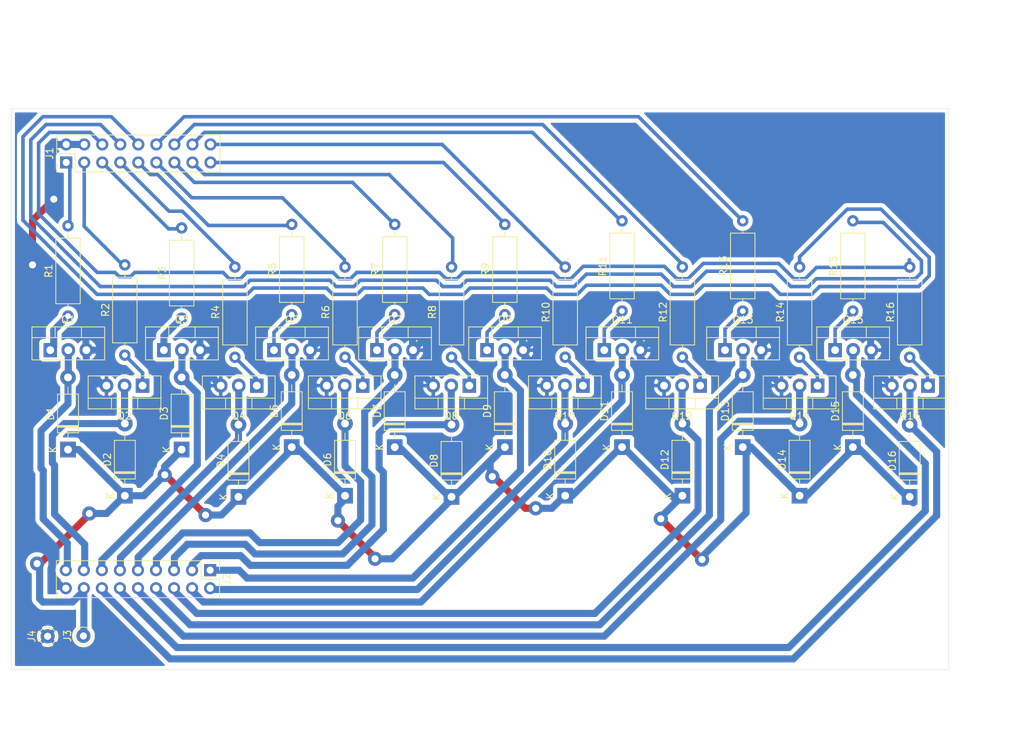
<source format=kicad_pcb>
(kicad_pcb (version 20171130) (host pcbnew 5.1.7-a382d34a8~88~ubuntu18.04.1)
  (layers (0 F.Cu signal) (31 B.Cu signal) (34 B.Paste user hide) (35 F.Paste user hide) (36 B.SilkS user hide) (37 F.SilkS user hide) (38 B.Mask user hide) (39 F.Mask user hide) (44 Edge.Cuts user))
  (net 0 "")
  (net 1 +12V)
  (net 2 "Net-(Q1-Pad1)")
  (net 3 Earth)
  (net 4 "Net-(Q2-Pad1)")
  (net 5 "Net-(Q3-Pad1)")
  (net 6 "Net-(Q4-Pad1)")
  (net 7 "Net-(Q5-Pad1)")
  (net 8 "Net-(Q6-Pad1)")
  (net 9 "Net-(Q7-Pad1)")
  (net 10 "Net-(Q8-Pad1)")
  (net 11 "Net-(Q9-Pad1)")
  (net 12 "Net-(Q10-Pad1)")
  (net 13 "Net-(Q11-Pad1)")
  (net 14 "Net-(Q12-Pad1)")
  (net 15 "Net-(Q13-Pad1)")
  (net 16 "Net-(Q14-Pad1)")
  (net 17 "Net-(Q15-Pad1)")
  (net 18 "Net-(Q16-Pad1)")
  (net 19 S1)
  (net 20 S2)
  (net 21 S3)
  (net 22 S4)
  (net 23 S5)
  (net 24 S6)
  (net 25 S7)
  (net 26 S8)
  (net 27 S9)
  (net 28 S10)
  (net 29 S11)
  (net 30 S12)
  (net 31 S13)
  (net 32 S14)
  (net 33 S15)
  (net 34 S16)
  (net 35 D1)
  (net 36 D2)
  (net 37 D3)
  (net 38 D4)
  (net 39 D5)
  (net 40 D6)
  (net 41 D7)
  (net 42 D8)
  (net 43 D9)
  (net 44 D10)
  (net 45 D11)
  (net 46 D12)
  (net 47 D13)
  (net 48 D14)
  (net 49 D15)
  (net 50 D16)
  (module Resistor_THT:R_Axial_DIN0309_L9.0mm_D3.2mm_P12.70mm_Horizontal (layer F.Cu) (at 132 75 90)
    (fp_text reference R8 (at 6.35 -2.72 90) (layer F.SilkS))
    (fp_text value 2.2K)
    (pad 2 thru_hole oval (at 12.7 0 90) (size 1.6 1.6) (drill 0.8) (layers *.Cu *.Mask) (net 42 D8))
    (pad 1 thru_hole circle (at 0 0 90) (size 1.6 1.6) (drill 0.8) (layers *.Cu *.Mask) (net 10 "Net-(Q8-Pad1)"))
  )
  (module Diode_THT:D_DO-41_SOD81_P10.16mm_Horizontal (layer F.Cu) (at 94 88 90)
    (fp_text reference D3 (at 5.08 -2.47 90) (layer F.SilkS))
    (fp_text value 1N4007)
    (fp_text user K (at 0 -2.1 90) (layer F.SilkS))
    (pad 1 thru_hole rect (at 0 0 90) (size 2.2 2.2) (drill 1.1) (layers *.Cu *.Mask) (net 1 +12V))
    (pad 2 thru_hole oval (at 10.16 0 90) (size 2.2 2.2) (drill 1.1) (layers *.Cu *.Mask) (net 21 S3))
  )
  (module Diode_THT:D_DO-41_SOD81_P10.16mm_Horizontal (layer F.Cu) (at 78 88 90)
    (fp_text reference D1 (at 5.08 -2.47 90) (layer F.SilkS))
    (fp_text value 1N4007)
    (fp_text user K (at 0 -2.1 90) (layer F.SilkS))
    (pad 2 thru_hole oval (at 10.16 0 90) (size 2.2 2.2) (drill 1.1) (layers *.Cu *.Mask) (net 19 S1))
    (pad 1 thru_hole rect (at 0 0 90) (size 2.2 2.2) (drill 1.1) (layers *.Cu *.Mask) (net 1 +12V))
  )
  (module Package_TO_SOT_THT:TO-220-3_Vertical (layer F.Cu) (at 75.5 74)
    (fp_text reference Q1 (at 2.54 -4.27) (layer F.SilkS))
    (fp_text value TIP120)
    (pad 1 thru_hole rect (at 0 0) (size 1.905 2) (drill 1.1) (layers *.Cu *.Mask) (net 2 "Net-(Q1-Pad1)"))
    (pad 2 thru_hole oval (at 2.54 0) (size 1.905 2) (drill 1.1) (layers *.Cu *.Mask) (net 19 S1))
    (pad 3 thru_hole oval (at 5.08 0) (size 1.905 2) (drill 1.1) (layers *.Cu *.Mask) (net 3 Earth))
  )
  (module Diode_THT:D_DO-41_SOD81_P10.16mm_Horizontal (layer F.Cu) (at 86 94.5 90)
    (fp_text reference D2 (at 5.08 -2.47 90) (layer F.SilkS))
    (fp_text value 1N4007)
    (fp_text user K (at 0 -2.1 90) (layer F.SilkS))
    (pad 2 thru_hole oval (at 10.16 0 90) (size 2.2 2.2) (drill 1.1) (layers *.Cu *.Mask) (net 20 S2))
    (pad 1 thru_hole rect (at 0 0 90) (size 2.2 2.2) (drill 1.1) (layers *.Cu *.Mask) (net 1 +12V))
  )
  (module Package_TO_SOT_THT:TO-220-3_Vertical (layer F.Cu) (at 137 74)
    (fp_text reference Q9 (at 2.54 -4.27) (layer F.SilkS))
    (fp_text value TIP120)
    (pad 3 thru_hole oval (at 5.08 0) (size 1.905 2) (drill 1.1) (layers *.Cu *.Mask) (net 3 Earth))
    (pad 2 thru_hole oval (at 2.54 0) (size 1.905 2) (drill 1.1) (layers *.Cu *.Mask) (net 27 S9))
    (pad 1 thru_hole rect (at 0 0) (size 1.905 2) (drill 1.1) (layers *.Cu *.Mask) (net 11 "Net-(Q9-Pad1)"))
  )
  (module Resistor_THT:R_Axial_DIN0309_L9.0mm_D3.2mm_P12.70mm_Horizontal (layer F.Cu) (at 86 74.7 90)
    (fp_text reference R2 (at 6.35 -2.72 90) (layer F.SilkS))
    (fp_text value 2.2K)
    (pad 2 thru_hole oval (at 12.7 0 90) (size 1.6 1.6) (drill 0.8) (layers *.Cu *.Mask) (net 36 D2))
    (pad 1 thru_hole circle (at 0 0 90) (size 1.6 1.6) (drill 0.8) (layers *.Cu *.Mask) (net 4 "Net-(Q2-Pad1)"))
  )
  (module Diode_THT:D_DO-41_SOD81_P10.16mm_Horizontal (layer F.Cu) (at 102 94.66 90)
    (fp_text reference D4 (at 5.08 -2.47 90) (layer F.SilkS))
    (fp_text value 1N4007)
    (fp_text user K (at 0 -2.1 90) (layer F.SilkS))
    (pad 2 thru_hole oval (at 10.16 0 90) (size 2.2 2.2) (drill 1.1) (layers *.Cu *.Mask) (net 22 S4))
    (pad 1 thru_hole rect (at 0 0 90) (size 2.2 2.2) (drill 1.1) (layers *.Cu *.Mask) (net 1 +12V))
  )
  (module Diode_THT:D_DO-41_SOD81_P10.16mm_Horizontal (layer F.Cu) (at 109.5 87.66 90)
    (fp_text reference D5 (at 5.08 -2.47 90) (layer F.SilkS))
    (fp_text value 1N4007)
    (fp_text user K (at 0 -2.1 90) (layer F.SilkS))
    (pad 1 thru_hole rect (at 0 0 90) (size 2.2 2.2) (drill 1.1) (layers *.Cu *.Mask) (net 1 +12V))
    (pad 2 thru_hole oval (at 10.16 0 90) (size 2.2 2.2) (drill 1.1) (layers *.Cu *.Mask) (net 23 S5))
  )
  (module Diode_THT:D_DO-41_SOD81_P10.16mm_Horizontal (layer F.Cu) (at 117 94.5 90)
    (fp_text reference D6 (at 5.08 -2.47 90) (layer F.SilkS))
    (fp_text value 1N4007)
    (fp_text user K (at 0 -2.1 90) (layer F.SilkS))
    (pad 1 thru_hole rect (at 0 0 90) (size 2.2 2.2) (drill 1.1) (layers *.Cu *.Mask) (net 1 +12V))
    (pad 2 thru_hole oval (at 10.16 0 90) (size 2.2 2.2) (drill 1.1) (layers *.Cu *.Mask) (net 24 S6))
  )
  (module Diode_THT:D_DO-41_SOD81_P10.16mm_Horizontal (layer F.Cu) (at 124 87.66 90)
    (fp_text reference D7 (at 5.08 -2.47 90) (layer F.SilkS))
    (fp_text value 1N4007)
    (fp_text user K (at 0 -2.1 90) (layer F.SilkS))
    (pad 2 thru_hole oval (at 10.16 0 90) (size 2.2 2.2) (drill 1.1) (layers *.Cu *.Mask) (net 25 S7))
    (pad 1 thru_hole rect (at 0 0 90) (size 2.2 2.2) (drill 1.1) (layers *.Cu *.Mask) (net 1 +12V))
  )
  (module Diode_THT:D_DO-41_SOD81_P10.16mm_Horizontal (layer F.Cu) (at 132 94.66 90)
    (fp_text reference D8 (at 5.08 -2.47 90) (layer F.SilkS))
    (fp_text value 1N4007)
    (fp_text user K (at 0 -2.1 90) (layer F.SilkS))
    (pad 2 thru_hole oval (at 10.16 0 90) (size 2.2 2.2) (drill 1.1) (layers *.Cu *.Mask) (net 26 S8))
    (pad 1 thru_hole rect (at 0 0 90) (size 2.2 2.2) (drill 1.1) (layers *.Cu *.Mask) (net 1 +12V))
  )
  (module Diode_THT:D_DO-41_SOD81_P10.16mm_Horizontal (layer F.Cu) (at 139.5 87.66 90)
    (fp_text reference D9 (at 5.08 -2.47 90) (layer F.SilkS))
    (fp_text value 1N4007)
    (fp_text user K (at 0 -2.1 90) (layer F.SilkS))
    (pad 1 thru_hole rect (at 0 0 90) (size 2.2 2.2) (drill 1.1) (layers *.Cu *.Mask) (net 1 +12V))
    (pad 2 thru_hole oval (at 10.16 0 90) (size 2.2 2.2) (drill 1.1) (layers *.Cu *.Mask) (net 27 S9))
  )
  (module Diode_THT:D_DO-41_SOD81_P10.16mm_Horizontal (layer F.Cu) (at 148 94.5 90)
    (fp_text reference D10 (at 5.08 -2.47 90) (layer F.SilkS))
    (fp_text value 1N4007)
    (fp_text user K (at 0 -2.1 90) (layer F.SilkS))
    (pad 1 thru_hole rect (at 0 0 90) (size 2.2 2.2) (drill 1.1) (layers *.Cu *.Mask) (net 1 +12V))
    (pad 2 thru_hole oval (at 10.16 0 90) (size 2.2 2.2) (drill 1.1) (layers *.Cu *.Mask) (net 28 S10))
  )
  (module Diode_THT:D_DO-41_SOD81_P10.16mm_Horizontal (layer F.Cu) (at 156 87.66 90)
    (fp_text reference D11 (at 5.08 -2.47 90) (layer F.SilkS))
    (fp_text value 1N4007)
    (fp_text user K (at 0 -2.1 90) (layer F.SilkS))
    (pad 2 thru_hole oval (at 10.16 0 90) (size 2.2 2.2) (drill 1.1) (layers *.Cu *.Mask) (net 29 S11))
    (pad 1 thru_hole rect (at 0 0 90) (size 2.2 2.2) (drill 1.1) (layers *.Cu *.Mask) (net 1 +12V))
  )
  (module Diode_THT:D_DO-41_SOD81_P10.16mm_Horizontal (layer F.Cu) (at 164.5 94.5 90)
    (fp_text reference D12 (at 5.08 -2.47 90) (layer F.SilkS))
    (fp_text value 1N4007)
    (fp_text user K (at 0 -2.1 90) (layer F.SilkS))
    (pad 2 thru_hole oval (at 10.16 0 90) (size 2.2 2.2) (drill 1.1) (layers *.Cu *.Mask) (net 30 S12))
    (pad 1 thru_hole rect (at 0 0 90) (size 2.2 2.2) (drill 1.1) (layers *.Cu *.Mask) (net 1 +12V))
  )
  (module Diode_THT:D_DO-41_SOD81_P10.16mm_Horizontal (layer F.Cu) (at 173 87.66 90)
    (fp_text reference D13 (at 5.08 -2.47 90) (layer F.SilkS))
    (fp_text value 1N4007)
    (fp_text user K (at 0 -2.1 90) (layer F.SilkS))
    (pad 1 thru_hole rect (at 0 0 90) (size 2.2 2.2) (drill 1.1) (layers *.Cu *.Mask) (net 1 +12V))
    (pad 2 thru_hole oval (at 10.16 0 90) (size 2.2 2.2) (drill 1.1) (layers *.Cu *.Mask) (net 31 S13))
  )
  (module Diode_THT:D_DO-41_SOD81_P10.16mm_Horizontal (layer F.Cu) (at 181 94.5 90)
    (fp_text reference D14 (at 5.08 -2.47 90) (layer F.SilkS))
    (fp_text value 1N4007)
    (fp_text user K (at 0 -2.1 90) (layer F.SilkS))
    (pad 2 thru_hole oval (at 10.16 0 90) (size 2.2 2.2) (drill 1.1) (layers *.Cu *.Mask) (net 32 S14))
    (pad 1 thru_hole rect (at 0 0 90) (size 2.2 2.2) (drill 1.1) (layers *.Cu *.Mask) (net 1 +12V))
  )
  (module Diode_THT:D_DO-41_SOD81_P10.16mm_Horizontal (layer F.Cu) (at 188.5 87.66 90)
    (fp_text reference D15 (at 5.08 -2.47 90) (layer F.SilkS))
    (fp_text value 1N4007)
    (fp_text user K (at 0 -2.1 90) (layer F.SilkS))
    (pad 1 thru_hole rect (at 0 0 90) (size 2.2 2.2) (drill 1.1) (layers *.Cu *.Mask) (net 1 +12V))
    (pad 2 thru_hole oval (at 10.16 0 90) (size 2.2 2.2) (drill 1.1) (layers *.Cu *.Mask) (net 33 S15))
  )
  (module Diode_THT:D_DO-41_SOD81_P10.16mm_Horizontal (layer F.Cu) (at 196.5 94.66 90)
    (fp_text reference D16 (at 5.08 -2.47 90) (layer F.SilkS))
    (fp_text value 1N4007)
    (fp_text user K (at 0 -2.1 90) (layer F.SilkS))
    (pad 1 thru_hole rect (at 0 0 90) (size 2.2 2.2) (drill 1.1) (layers *.Cu *.Mask) (net 1 +12V))
    (pad 2 thru_hole oval (at 10.16 0 90) (size 2.2 2.2) (drill 1.1) (layers *.Cu *.Mask) (net 34 S16))
  )
  (module Package_TO_SOT_THT:TO-220-3_Vertical (layer F.Cu) (at 88.5 79 180)
    (fp_text reference Q2 (at 2.54 -4.27) (layer F.SilkS))
    (fp_text value TIP120)
    (pad 1 thru_hole rect (at 0 0 180) (size 1.905 2) (drill 1.1) (layers *.Cu *.Mask) (net 4 "Net-(Q2-Pad1)"))
    (pad 2 thru_hole oval (at 2.54 0 180) (size 1.905 2) (drill 1.1) (layers *.Cu *.Mask) (net 20 S2))
    (pad 3 thru_hole oval (at 5.08 0 180) (size 1.905 2) (drill 1.1) (layers *.Cu *.Mask) (net 3 Earth))
  )
  (module Package_TO_SOT_THT:TO-220-3_Vertical (layer F.Cu) (at 104.58 79 180)
    (fp_text reference Q4 (at 2.54 -4.27) (layer F.SilkS))
    (fp_text value TIP120)
    (pad 3 thru_hole oval (at 5.08 0 180) (size 1.905 2) (drill 1.1) (layers *.Cu *.Mask) (net 3 Earth))
    (pad 2 thru_hole oval (at 2.54 0 180) (size 1.905 2) (drill 1.1) (layers *.Cu *.Mask) (net 22 S4))
    (pad 1 thru_hole rect (at 0 0 180) (size 1.905 2) (drill 1.1) (layers *.Cu *.Mask) (net 6 "Net-(Q4-Pad1)"))
  )
  (module Package_TO_SOT_THT:TO-220-3_Vertical (layer F.Cu) (at 107 74)
    (fp_text reference Q5 (at 2.54 -4.27) (layer F.SilkS))
    (fp_text value TIP120)
    (pad 3 thru_hole oval (at 5.08 0) (size 1.905 2) (drill 1.1) (layers *.Cu *.Mask) (net 3 Earth))
    (pad 2 thru_hole oval (at 2.54 0) (size 1.905 2) (drill 1.1) (layers *.Cu *.Mask) (net 23 S5))
    (pad 1 thru_hole rect (at 0 0) (size 1.905 2) (drill 1.1) (layers *.Cu *.Mask) (net 7 "Net-(Q5-Pad1)"))
  )
  (module Package_TO_SOT_THT:TO-220-3_Vertical (layer F.Cu) (at 119.5 79 180)
    (fp_text reference Q6 (at 2.54 -4.27) (layer F.SilkS))
    (fp_text value TIP120)
    (pad 1 thru_hole rect (at 0 0 180) (size 1.905 2) (drill 1.1) (layers *.Cu *.Mask) (net 8 "Net-(Q6-Pad1)"))
    (pad 2 thru_hole oval (at 2.54 0 180) (size 1.905 2) (drill 1.1) (layers *.Cu *.Mask) (net 24 S6))
    (pad 3 thru_hole oval (at 5.08 0 180) (size 1.905 2) (drill 1.1) (layers *.Cu *.Mask) (net 3 Earth))
  )
  (module Package_TO_SOT_THT:TO-220-3_Vertical (layer F.Cu) (at 121.5 74)
    (fp_text reference Q7 (at 2.54 -4.27) (layer F.SilkS))
    (fp_text value TIP120)
    (pad 1 thru_hole rect (at 0 0) (size 1.905 2) (drill 1.1) (layers *.Cu *.Mask) (net 9 "Net-(Q7-Pad1)"))
    (pad 2 thru_hole oval (at 2.54 0) (size 1.905 2) (drill 1.1) (layers *.Cu *.Mask) (net 25 S7))
    (pad 3 thru_hole oval (at 5.08 0) (size 1.905 2) (drill 1.1) (layers *.Cu *.Mask) (net 3 Earth))
  )
  (module Package_TO_SOT_THT:TO-220-3_Vertical (layer F.Cu) (at 134.5 79 180)
    (fp_text reference Q8 (at 2.54 -4.27) (layer F.SilkS))
    (fp_text value TIP120)
    (pad 1 thru_hole rect (at 0 0 180) (size 1.905 2) (drill 1.1) (layers *.Cu *.Mask) (net 10 "Net-(Q8-Pad1)"))
    (pad 2 thru_hole oval (at 2.54 0 180) (size 1.905 2) (drill 1.1) (layers *.Cu *.Mask) (net 26 S8))
    (pad 3 thru_hole oval (at 5.08 0 180) (size 1.905 2) (drill 1.1) (layers *.Cu *.Mask) (net 3 Earth))
  )
  (module Package_TO_SOT_THT:TO-220-3_Vertical (layer F.Cu) (at 150.5 79 180)
    (fp_text reference Q10 (at 2.54 -4.27) (layer F.SilkS))
    (fp_text value TIP120)
    (pad 3 thru_hole oval (at 5.08 0 180) (size 1.905 2) (drill 1.1) (layers *.Cu *.Mask) (net 3 Earth))
    (pad 2 thru_hole oval (at 2.54 0 180) (size 1.905 2) (drill 1.1) (layers *.Cu *.Mask) (net 28 S10))
    (pad 1 thru_hole rect (at 0 0 180) (size 1.905 2) (drill 1.1) (layers *.Cu *.Mask) (net 12 "Net-(Q10-Pad1)"))
  )
  (module Package_TO_SOT_THT:TO-220-3_Vertical (layer F.Cu) (at 153.5 74)
    (fp_text reference Q11 (at 2.54 -4.27) (layer F.SilkS))
    (fp_text value TIP120)
    (pad 1 thru_hole rect (at 0 0) (size 1.905 2) (drill 1.1) (layers *.Cu *.Mask) (net 13 "Net-(Q11-Pad1)"))
    (pad 2 thru_hole oval (at 2.54 0) (size 1.905 2) (drill 1.1) (layers *.Cu *.Mask) (net 29 S11))
    (pad 3 thru_hole oval (at 5.08 0) (size 1.905 2) (drill 1.1) (layers *.Cu *.Mask) (net 3 Earth))
  )
  (module Package_TO_SOT_THT:TO-220-3_Vertical (layer F.Cu) (at 167 79 180)
    (fp_text reference Q12 (at 2.54 -4.27) (layer F.SilkS))
    (fp_text value TIP120)
    (pad 1 thru_hole rect (at 0 0 180) (size 1.905 2) (drill 1.1) (layers *.Cu *.Mask) (net 14 "Net-(Q12-Pad1)"))
    (pad 2 thru_hole oval (at 2.54 0 180) (size 1.905 2) (drill 1.1) (layers *.Cu *.Mask) (net 30 S12))
    (pad 3 thru_hole oval (at 5.08 0 180) (size 1.905 2) (drill 1.1) (layers *.Cu *.Mask) (net 3 Earth))
  )
  (module Package_TO_SOT_THT:TO-220-3_Vertical (layer F.Cu) (at 170.5 74)
    (fp_text reference Q13 (at 2.54 -4.27) (layer F.SilkS))
    (fp_text value TIP120)
    (pad 3 thru_hole oval (at 5.08 0) (size 1.905 2) (drill 1.1) (layers *.Cu *.Mask) (net 3 Earth))
    (pad 2 thru_hole oval (at 2.54 0) (size 1.905 2) (drill 1.1) (layers *.Cu *.Mask) (net 31 S13))
    (pad 1 thru_hole rect (at 0 0) (size 1.905 2) (drill 1.1) (layers *.Cu *.Mask) (net 15 "Net-(Q13-Pad1)"))
  )
  (module Package_TO_SOT_THT:TO-220-3_Vertical (layer F.Cu) (at 183.54 79 180)
    (fp_text reference Q14 (at 2.54 -4.27) (layer F.SilkS))
    (fp_text value TIP120)
    (pad 3 thru_hole oval (at 5.08 0 180) (size 1.905 2) (drill 1.1) (layers *.Cu *.Mask) (net 3 Earth))
    (pad 2 thru_hole oval (at 2.54 0 180) (size 1.905 2) (drill 1.1) (layers *.Cu *.Mask) (net 32 S14))
    (pad 1 thru_hole rect (at 0 0 180) (size 1.905 2) (drill 1.1) (layers *.Cu *.Mask) (net 16 "Net-(Q14-Pad1)"))
  )
  (module Package_TO_SOT_THT:TO-220-3_Vertical (layer F.Cu) (at 186 74)
    (fp_text reference Q15 (at 2.54 -4.27) (layer F.SilkS))
    (fp_text value TIP120)
    (pad 3 thru_hole oval (at 5.08 0) (size 1.905 2) (drill 1.1) (layers *.Cu *.Mask) (net 3 Earth))
    (pad 2 thru_hole oval (at 2.54 0) (size 1.905 2) (drill 1.1) (layers *.Cu *.Mask) (net 33 S15))
    (pad 1 thru_hole rect (at 0 0) (size 1.905 2) (drill 1.1) (layers *.Cu *.Mask) (net 17 "Net-(Q15-Pad1)"))
  )
  (module Package_TO_SOT_THT:TO-220-3_Vertical (layer F.Cu) (at 199.08 79 180)
    (fp_text reference Q16 (at 2.54 -4.27) (layer F.SilkS))
    (fp_text value TIP120)
    (pad 1 thru_hole rect (at 0 0 180) (size 1.905 2) (drill 1.1) (layers *.Cu *.Mask) (net 18 "Net-(Q16-Pad1)"))
    (pad 2 thru_hole oval (at 2.54 0 180) (size 1.905 2) (drill 1.1) (layers *.Cu *.Mask) (net 34 S16))
    (pad 3 thru_hole oval (at 5.08 0 180) (size 1.905 2) (drill 1.1) (layers *.Cu *.Mask) (net 3 Earth))
  )
  (module Resistor_THT:R_Axial_DIN0309_L9.0mm_D3.2mm_P12.70mm_Horizontal (layer F.Cu) (at 78 69.2 90)
    (fp_text reference R1 (at 6.35 -2.72 90) (layer F.SilkS))
    (fp_text value 2.2K)
    (pad 1 thru_hole circle (at 0 0 90) (size 1.6 1.6) (drill 0.8) (layers *.Cu *.Mask) (net 2 "Net-(Q1-Pad1)"))
    (pad 2 thru_hole oval (at 12.7 0 90) (size 1.6 1.6) (drill 0.8) (layers *.Cu *.Mask) (net 35 D1))
  )
  (module Resistor_THT:R_Axial_DIN0309_L9.0mm_D3.2mm_P12.70mm_Horizontal (layer F.Cu) (at 101.5 75 90)
    (fp_text reference R4 (at 6.35 -2.72 90) (layer F.SilkS))
    (fp_text value 2.2K)
    (pad 1 thru_hole circle (at 0 0 90) (size 1.6 1.6) (drill 0.8) (layers *.Cu *.Mask) (net 6 "Net-(Q4-Pad1)"))
    (pad 2 thru_hole oval (at 12.7 0 90) (size 1.6 1.6) (drill 0.8) (layers *.Cu *.Mask) (net 38 D4))
  )
  (module Resistor_THT:R_Axial_DIN0309_L9.0mm_D3.2mm_P12.70mm_Horizontal (layer F.Cu) (at 109.5 69 90)
    (fp_text reference R5 (at 6.35 -2.72 90) (layer F.SilkS))
    (fp_text value 2.2K)
    (pad 1 thru_hole circle (at 0 0 90) (size 1.6 1.6) (drill 0.8) (layers *.Cu *.Mask) (net 7 "Net-(Q5-Pad1)"))
    (pad 2 thru_hole oval (at 12.7 0 90) (size 1.6 1.6) (drill 0.8) (layers *.Cu *.Mask) (net 39 D5))
  )
  (module Resistor_THT:R_Axial_DIN0309_L9.0mm_D3.2mm_P12.70mm_Horizontal (layer F.Cu) (at 117 75 90)
    (fp_text reference R6 (at 6.35 -2.72 90) (layer F.SilkS))
    (fp_text value 2.2K)
    (pad 1 thru_hole circle (at 0 0 90) (size 1.6 1.6) (drill 0.8) (layers *.Cu *.Mask) (net 8 "Net-(Q6-Pad1)"))
    (pad 2 thru_hole oval (at 12.7 0 90) (size 1.6 1.6) (drill 0.8) (layers *.Cu *.Mask) (net 40 D6))
  )
  (module Resistor_THT:R_Axial_DIN0309_L9.0mm_D3.2mm_P12.70mm_Horizontal (layer F.Cu) (at 124 69 90)
    (fp_text reference R7 (at 6.35 -2.72 90) (layer F.SilkS))
    (fp_text value 2.2K)
    (pad 1 thru_hole circle (at 0 0 90) (size 1.6 1.6) (drill 0.8) (layers *.Cu *.Mask) (net 9 "Net-(Q7-Pad1)"))
    (pad 2 thru_hole oval (at 12.7 0 90) (size 1.6 1.6) (drill 0.8) (layers *.Cu *.Mask) (net 41 D7))
  )
  (module Resistor_THT:R_Axial_DIN0309_L9.0mm_D3.2mm_P12.70mm_Horizontal (layer F.Cu) (at 139.5 69 90)
    (fp_text reference R9 (at 6.35 -2.72 90) (layer F.SilkS))
    (fp_text value 2.2K)
    (pad 1 thru_hole circle (at 0 0 90) (size 1.6 1.6) (drill 0.8) (layers *.Cu *.Mask) (net 11 "Net-(Q9-Pad1)"))
    (pad 2 thru_hole oval (at 12.7 0 90) (size 1.6 1.6) (drill 0.8) (layers *.Cu *.Mask) (net 43 D9))
  )
  (module Resistor_THT:R_Axial_DIN0309_L9.0mm_D3.2mm_P12.70mm_Horizontal (layer F.Cu) (at 148 75 90)
    (fp_text reference R10 (at 6.35 -2.72 90) (layer F.SilkS))
    (fp_text value 2.2K)
    (pad 2 thru_hole oval (at 12.7 0 90) (size 1.6 1.6) (drill 0.8) (layers *.Cu *.Mask) (net 44 D10))
    (pad 1 thru_hole circle (at 0 0 90) (size 1.6 1.6) (drill 0.8) (layers *.Cu *.Mask) (net 12 "Net-(Q10-Pad1)"))
  )
  (module Resistor_THT:R_Axial_DIN0309_L9.0mm_D3.2mm_P12.70mm_Horizontal (layer F.Cu) (at 156 68.5 90)
    (fp_text reference R11 (at 6.35 -2.72 90) (layer F.SilkS))
    (fp_text value 2.2K)
    (pad 2 thru_hole oval (at 12.7 0 90) (size 1.6 1.6) (drill 0.8) (layers *.Cu *.Mask) (net 45 D11))
    (pad 1 thru_hole circle (at 0 0 90) (size 1.6 1.6) (drill 0.8) (layers *.Cu *.Mask) (net 13 "Net-(Q11-Pad1)"))
  )
  (module Resistor_THT:R_Axial_DIN0309_L9.0mm_D3.2mm_P12.70mm_Horizontal (layer F.Cu) (at 164.5 75 90)
    (fp_text reference R12 (at 6.35 -2.72 90) (layer F.SilkS))
    (fp_text value 2.2K)
    (pad 2 thru_hole oval (at 12.7 0 90) (size 1.6 1.6) (drill 0.8) (layers *.Cu *.Mask) (net 46 D12))
    (pad 1 thru_hole circle (at 0 0 90) (size 1.6 1.6) (drill 0.8) (layers *.Cu *.Mask) (net 14 "Net-(Q12-Pad1)"))
  )
  (module Resistor_THT:R_Axial_DIN0309_L9.0mm_D3.2mm_P12.70mm_Horizontal (layer F.Cu) (at 173 68.5 90)
    (fp_text reference R13 (at 6.35 -2.72 90) (layer F.SilkS))
    (fp_text value 2.2K)
    (pad 1 thru_hole circle (at 0 0 90) (size 1.6 1.6) (drill 0.8) (layers *.Cu *.Mask) (net 15 "Net-(Q13-Pad1)"))
    (pad 2 thru_hole oval (at 12.7 0 90) (size 1.6 1.6) (drill 0.8) (layers *.Cu *.Mask) (net 47 D13))
  )
  (module Resistor_THT:R_Axial_DIN0309_L9.0mm_D3.2mm_P12.70mm_Horizontal (layer F.Cu) (at 181 75 90)
    (fp_text reference R14 (at 6.35 -2.72 90) (layer F.SilkS))
    (fp_text value 2.2K)
    (pad 2 thru_hole oval (at 12.7 0 90) (size 1.6 1.6) (drill 0.8) (layers *.Cu *.Mask) (net 48 D14))
    (pad 1 thru_hole circle (at 0 0 90) (size 1.6 1.6) (drill 0.8) (layers *.Cu *.Mask) (net 16 "Net-(Q14-Pad1)"))
  )
  (module Resistor_THT:R_Axial_DIN0309_L9.0mm_D3.2mm_P12.70mm_Horizontal (layer F.Cu) (at 188.5 68.5 90)
    (fp_text reference R15 (at 6.35 -2.72 90) (layer F.SilkS))
    (fp_text value 2.2K)
    (pad 2 thru_hole oval (at 12.7 0 90) (size 1.6 1.6) (drill 0.8) (layers *.Cu *.Mask) (net 49 D15))
    (pad 1 thru_hole circle (at 0 0 90) (size 1.6 1.6) (drill 0.8) (layers *.Cu *.Mask) (net 17 "Net-(Q15-Pad1)"))
  )
  (module Resistor_THT:R_Axial_DIN0309_L9.0mm_D3.2mm_P12.70mm_Horizontal (layer F.Cu) (at 196.5 75 90)
    (fp_text reference R16 (at 6.35 -2.72 90) (layer F.SilkS))
    (fp_text value 2.2K)
    (pad 1 thru_hole circle (at 0 0 90) (size 1.6 1.6) (drill 0.8) (layers *.Cu *.Mask) (net 18 "Net-(Q16-Pad1)"))
    (pad 2 thru_hole oval (at 12.7 0 90) (size 1.6 1.6) (drill 0.8) (layers *.Cu *.Mask) (net 50 D16))
  )
  (module Package_TO_SOT_THT:TO-220-3_Vertical (layer F.Cu) (at 91.5 74)
    (fp_text reference Q3 (at 2.54 -4.27) (layer F.SilkS))
    (fp_text value TIP120)
    (pad 1 thru_hole rect (at 0 0) (size 1.905 2) (drill 1.1) (layers *.Cu *.Mask) (net 5 "Net-(Q3-Pad1)"))
    (pad 2 thru_hole oval (at 2.54 0) (size 1.905 2) (drill 1.1) (layers *.Cu *.Mask) (net 21 S3))
    (pad 3 thru_hole oval (at 5.08 0) (size 1.905 2) (drill 1.1) (layers *.Cu *.Mask) (net 3 Earth))
  )
  (module Resistor_THT:R_Axial_DIN0309_L9.0mm_D3.2mm_P12.70mm_Horizontal (layer F.Cu) (at 94 69.5 90)
    (fp_text reference R3 (at 6.35 -2.72 90) (layer F.SilkS))
    (fp_text value 2.2K)
    (pad 1 thru_hole circle (at 0 0 90) (size 1.6 1.6) (drill 0.8) (layers *.Cu *.Mask) (net 5 "Net-(Q3-Pad1)"))
    (pad 2 thru_hole oval (at 12.7 0 90) (size 1.6 1.6) (drill 0.8) (layers *.Cu *.Mask) (net 37 D3))
  )
  (module Connector_PinHeader_2.54mm:PinHeader_2x09_P2.54mm_Vertical (layer F.Cu) (at 98.01 104.98 270)
    (fp_text reference J2 (at 1.27 -2.33 90) (layer F.SilkS))
    (fp_text value Arduino)
    (pad 1 thru_hole rect (at 0 0 270) (size 1.7 1.7) (drill 1) (layers *.Cu *.Mask) (net 27 S9))
    (pad 2 thru_hole oval (at 2.54 0 270) (size 1.7 1.7) (drill 1) (layers *.Cu *.Mask) (net 28 S10))
    (pad 3 thru_hole oval (at 0 2.54 270) (size 1.7 1.7) (drill 1) (layers *.Cu *.Mask) (net 26 S8))
    (pad 4 thru_hole oval (at 2.54 2.54 270) (size 1.7 1.7) (drill 1) (layers *.Cu *.Mask) (net 29 S11))
    (pad 5 thru_hole oval (at 0 5.08 270) (size 1.7 1.7) (drill 1) (layers *.Cu *.Mask) (net 25 S7))
    (pad 6 thru_hole oval (at 2.54 5.08 270) (size 1.7 1.7) (drill 1) (layers *.Cu *.Mask) (net 30 S12))
    (pad 7 thru_hole oval (at 0 7.62 270) (size 1.7 1.7) (drill 1) (layers *.Cu *.Mask) (net 24 S6))
    (pad 8 thru_hole oval (at 2.54 7.62 270) (size 1.7 1.7) (drill 1) (layers *.Cu *.Mask) (net 31 S13))
    (pad 9 thru_hole oval (at 0 10.16 270) (size 1.7 1.7) (drill 1) (layers *.Cu *.Mask) (net 23 S5))
    (pad 10 thru_hole oval (at 2.54 10.16 270) (size 1.7 1.7) (drill 1) (layers *.Cu *.Mask) (net 32 S14))
    (pad 11 thru_hole oval (at 0 12.7 270) (size 1.7 1.7) (drill 1) (layers *.Cu *.Mask) (net 22 S4))
    (pad 12 thru_hole oval (at 2.54 12.7 270) (size 1.7 1.7) (drill 1) (layers *.Cu *.Mask) (net 33 S15))
    (pad 13 thru_hole oval (at 0 15.24 270) (size 1.7 1.7) (drill 1) (layers *.Cu *.Mask) (net 21 S3))
    (pad 14 thru_hole oval (at 2.54 15.24 270) (size 1.7 1.7) (drill 1) (layers *.Cu *.Mask) (net 34 S16))
    (pad 15 thru_hole oval (at 0 17.78 270) (size 1.7 1.7) (drill 1) (layers *.Cu *.Mask) (net 20 S2))
    (pad 16 thru_hole oval (at 2.54 17.78 270) (size 1.7 1.7) (drill 1) (layers *.Cu *.Mask) (net 1 +12V))
    (pad 17 thru_hole oval (at 0 20.32 270) (size 1.7 1.7) (drill 1) (layers *.Cu *.Mask) (net 19 S1))
    (pad 18 thru_hole oval (at 2.54 20.32 270) (size 1.7 1.7) (drill 1) (layers *.Cu *.Mask) (net 3 Earth))
  )
  (module Connector_PinHeader_2.54mm:PinHeader_2x09_P2.54mm_Vertical (layer F.Cu) (at 77.74 47.58 90)
    (fp_text reference J1 (at 1.27 -2.33 90) (layer F.SilkS))
    (fp_text value Arduino)
    (pad 1 thru_hole rect (at 0 0 90) (size 1.7 1.7) (drill 1) (layers *.Cu *.Mask) (net 35 D1))
    (pad 2 thru_hole oval (at 2.54 0 90) (size 1.7 1.7) (drill 1) (layers *.Cu *.Mask) (net 3 Earth))
    (pad 3 thru_hole oval (at 0 2.54 90) (size 1.7 1.7) (drill 1) (layers *.Cu *.Mask) (net 36 D2))
    (pad 4 thru_hole oval (at 2.54 2.54 90) (size 1.7 1.7) (drill 1) (layers *.Cu *.Mask) (net 3 Earth))
    (pad 5 thru_hole oval (at 0 5.08 90) (size 1.7 1.7) (drill 1) (layers *.Cu *.Mask) (net 37 D3))
    (pad 6 thru_hole oval (at 2.54 5.08 90) (size 1.7 1.7) (drill 1) (layers *.Cu *.Mask) (net 50 D16))
    (pad 7 thru_hole oval (at 0 7.62 90) (size 1.7 1.7) (drill 1) (layers *.Cu *.Mask) (net 38 D4))
    (pad 8 thru_hole oval (at 2.54 7.62 90) (size 1.7 1.7) (drill 1) (layers *.Cu *.Mask) (net 49 D15))
    (pad 9 thru_hole oval (at 0 10.16 90) (size 1.7 1.7) (drill 1) (layers *.Cu *.Mask) (net 39 D5))
    (pad 10 thru_hole oval (at 2.54 10.16 90) (size 1.7 1.7) (drill 1) (layers *.Cu *.Mask) (net 48 D14))
    (pad 11 thru_hole oval (at 0 12.7 90) (size 1.7 1.7) (drill 1) (layers *.Cu *.Mask) (net 40 D6))
    (pad 12 thru_hole oval (at 2.54 12.7 90) (size 1.7 1.7) (drill 1) (layers *.Cu *.Mask) (net 47 D13))
    (pad 13 thru_hole oval (at 0 15.24 90) (size 1.7 1.7) (drill 1) (layers *.Cu *.Mask) (net 41 D7))
    (pad 14 thru_hole oval (at 2.54 15.24 90) (size 1.7 1.7) (drill 1) (layers *.Cu *.Mask) (net 46 D12))
    (pad 15 thru_hole oval (at 0 17.78 90) (size 1.7 1.7) (drill 1) (layers *.Cu *.Mask) (net 42 D8))
    (pad 16 thru_hole oval (at 2.54 17.78 90) (size 1.7 1.7) (drill 1) (layers *.Cu *.Mask) (net 45 D11))
    (pad 17 thru_hole oval (at 0 20.32 90) (size 1.7 1.7) (drill 1) (layers *.Cu *.Mask) (net 43 D9))
    (pad 18 thru_hole oval (at 2.54 20.32 90) (size 1.7 1.7) (drill 1) (layers *.Cu *.Mask) (net 44 D10))
  )
  (module Connector_Pin:Pin_D1.0mm_L10.0mm (layer F.Cu) (at 80.17 114.24 270)
    (fp_text reference J3 (at 0 2.25 90) (layer F.SilkS))
    (fp_text value Conn_01x01_Male)
    (pad 1 thru_hole circle (at 0 0 270) (size 2 2) (drill 1) (layers *.Cu *.Mask) (net 1 +12V))
  )
  (module Connector_Pin:Pin_D1.0mm_L10.0mm (layer F.Cu) (at 75.13 114.29 270)
    (fp_text reference J4 (at 0 2.25 90) (layer F.SilkS))
    (fp_text value Conn_01x01_Male)
    (pad 1 thru_hole circle (at 0 0 270) (size 2 2) (drill 1) (layers *.Cu *.Mask) (net 3 Earth))
  )
  (gr_line (start 202 40) (end 70 40) (layer Edge.Cuts) (width 0.05))
  (gr_line (start 202 119) (end 202 40) (layer Edge.Cuts) (width 0.05))
  (gr_line (start 70 119) (end 202 119) (layer Edge.Cuts) (width 0.05))
  (gr_line (start 70 40) (end 70 119) (layer Edge.Cuts) (width 0.05))
  (segment (start 78 88) (end 79.5 88) (width 1) (layer B.Cu) (net 1))
  (segment (start 79.5 88) (end 86 94.5) (width 1) (layer B.Cu) (net 1))
  (segment (start 102 94.66) (end 102.84 94.66) (width 1) (layer B.Cu) (net 1))
  (segment (start 116.5 94) (end 116.5 94.5) (width 1) (layer B.Cu) (net 1))
  (segment (start 124 87.66) (end 124.66 87.66) (width 1) (layer B.Cu) (net 1))
  (segment (start 124.66 87.66) (end 132 95) (width 1) (layer B.Cu) (net 1))
  (segment (start 132 95) (end 139.5 87.5) (width 1) (layer B.Cu) (net 1))
  (segment (start 148 94.5) (end 149 94.5) (width 1) (layer B.Cu) (net 1))
  (segment (start 149 94.5) (end 156 87.5) (width 1) (layer B.Cu) (net 1))
  (segment (start 156 87.5) (end 163.5 95) (width 1) (layer B.Cu) (net 1))
  (segment (start 163.5 95) (end 165 95) (width 1) (layer B.Cu) (net 1))
  (segment (start 173 87.66) (end 174.16 87.66) (width 1) (layer B.Cu) (net 1))
  (segment (start 174.16 87.66) (end 181.5 95) (width 1) (layer B.Cu) (net 1))
  (segment (start 181.5 95) (end 188.5 88) (width 1) (layer B.Cu) (net 1))
  (segment (start 188.5 88) (end 188.5 87.5) (width 1) (layer B.Cu) (net 1))
  (segment (start 188.5 87.5) (end 189 87.5) (width 1) (layer B.Cu) (net 1))
  (segment (start 189 87.5) (end 197 95.5) (width 1) (layer B.Cu) (net 1))
  (segment (start 110 87.5) (end 113.625 91.125) (width 1) (layer B.Cu) (net 1))
  (segment (start 102.84 94.66) (end 104.855 92.645) (width 1) (layer B.Cu) (net 1))
  (segment (start 104.855 92.645) (end 110 87.5) (width 1) (layer B.Cu) (net 1))
  (segment (start 113.625 91.125) (end 114.02 91.52) (width 1) (layer B.Cu) (net 1))
  (segment (start 114.02 91.52) (end 116.5 94) (width 1) (layer B.Cu) (net 1))
  (segment (start 80.23 107.866002) (end 78.626001 109.470001) (width 1) (layer B.Cu) (net 1))
  (segment (start 80.23 107.52) (end 80.23 107.866002) (width 1) (layer B.Cu) (net 1))
  (segment (start 78.626001 109.470001) (end 74.470001 109.470001) (width 1) (layer B.Cu) (net 1))
  (via (at 73.639983 104.055) (size 2) (drill 1) (layers F.Cu B.Cu) (net 1))
  (segment (start 74.470001 109.470001) (end 74.000001 109.000001) (width 1) (layer B.Cu) (net 1))
  (segment (start 74.000001 104.415018) (end 73.639983 104.055) (width 1) (layer B.Cu) (net 1))
  (segment (start 74.000001 109.000001) (end 74.000001 104.415018) (width 1) (layer B.Cu) (net 1))
  (segment (start 73.639983 104.055) (end 74.055 104.055) (width 1) (layer F.Cu) (net 1))
  (via (at 81 97) (size 2) (drill 1) (layers F.Cu B.Cu) (net 1))
  (segment (start 74.055 104.055) (end 81 97.11) (width 1) (layer F.Cu) (net 1))
  (segment (start 81 97.11) (end 81 97) (width 1) (layer F.Cu) (net 1))
  (segment (start 137.735 91.804986) (end 137.914986 91.804986) (width 1) (layer F.Cu) (net 1))
  (segment (start 139.5 87.66) (end 137.445 89.715) (width 1) (layer B.Cu) (net 1))
  (via (at 143.849067 96.269067) (size 2) (drill 1) (layers F.Cu B.Cu) (net 1))
  (segment (start 147.8 94.6) (end 146.130933 96.269067) (width 1) (layer B.Cu) (net 1))
  (segment (start 142.379067 96.269067) (end 143.849067 96.269067) (width 1) (layer F.Cu) (net 1))
  (segment (start 137.445 91.514986) (end 137.735 91.804986) (width 1) (layer B.Cu) (net 1))
  (segment (start 137.914986 91.804986) (end 142.379067 96.269067) (width 1) (layer F.Cu) (net 1))
  (segment (start 146.130933 96.269067) (end 143.849067 96.269067) (width 1) (layer B.Cu) (net 1))
  (via (at 137.735 91.804986) (size 2) (drill 1) (layers F.Cu B.Cu) (net 1))
  (segment (start 137.445 89.715) (end 137.445 91.514986) (width 1) (layer B.Cu) (net 1))
  (segment (start 123.620113 103.379887) (end 121.223494 103.379887) (width 1) (layer B.Cu) (net 1))
  (segment (start 132 95) (end 123.620113 103.379887) (width 1) (layer B.Cu) (net 1))
  (segment (start 121.223494 103.223502) (end 116 98.000008) (width 1) (layer F.Cu) (net 1))
  (segment (start 116 98.000008) (end 116 98) (width 1) (layer F.Cu) (net 1))
  (via (at 116 98) (size 2) (drill 1) (layers F.Cu B.Cu) (net 1))
  (via (at 121.223494 103.379887) (size 2) (drill 1) (layers F.Cu B.Cu) (net 1))
  (segment (start 116 96) (end 116 98) (width 1) (layer B.Cu) (net 1))
  (segment (start 117 95) (end 116 96) (width 1) (layer B.Cu) (net 1))
  (segment (start 121.223494 103.379887) (end 121.223494 103.223502) (width 1) (layer F.Cu) (net 1))
  (segment (start 81 97) (end 83.43 97) (width 1) (layer B.Cu) (net 1))
  (segment (start 83.43 97) (end 85.97 94.46) (width 1) (layer B.Cu) (net 1))
  (via (at 97.36 97.22) (size 2) (drill 1) (layers F.Cu B.Cu) (net 1))
  (segment (start 93.96 88.1) (end 91.618307 90.441693) (width 1) (layer B.Cu) (net 1))
  (via (at 91.618307 91.558309) (size 2) (drill 1) (layers F.Cu B.Cu) (net 1))
  (segment (start 91.618307 90.441693) (end 91.618307 91.558309) (width 1) (layer B.Cu) (net 1))
  (segment (start 88.676616 94.5) (end 91.618307 91.558309) (width 1) (layer B.Cu) (net 1))
  (segment (start 86 94.5) (end 88.676616 94.5) (width 1) (layer B.Cu) (net 1))
  (segment (start 91.618307 91.558309) (end 91.618307 90.361693) (width 1) (layer B.Cu) (net 1))
  (segment (start 91.618307 90.361693) (end 93.84 88.14) (width 1) (layer B.Cu) (net 1))
  (segment (start 93.84 88.14) (end 93.84 87.86) (width 1) (layer B.Cu) (net 1))
  (segment (start 97.36 97.22) (end 99.6 97.22) (width 1) (layer B.Cu) (net 1))
  (segment (start 99.6 97.22) (end 102.04 94.78) (width 1) (layer B.Cu) (net 1))
  (segment (start 91.698309 91.558309) (end 97.36 97.22) (width 1) (layer F.Cu) (net 1))
  (segment (start 91.618307 91.558309) (end 91.698309 91.558309) (width 1) (layer F.Cu) (net 1))
  (via (at 161.46 97.75) (size 2) (drill 1) (layers F.Cu B.Cu) (net 1))
  (segment (start 161.46 97.53) (end 161.46 97.75) (width 1) (layer B.Cu) (net 1))
  (segment (start 164.49 94.5) (end 161.46 97.53) (width 1) (layer B.Cu) (net 1))
  (segment (start 164.5 94.5) (end 164.49 94.5) (width 1) (layer B.Cu) (net 1))
  (segment (start 161.46 97.75) (end 167.187689 103.477689) (width 1) (layer F.Cu) (net 1))
  (segment (start 173.47 96.9) (end 167.267689 103.102311) (width 1) (layer B.Cu) (net 1))
  (segment (start 167.267689 103.102311) (end 167.267689 103.477689) (width 1) (layer B.Cu) (net 1))
  (segment (start 173.47 88.22) (end 173.47 96.9) (width 1) (layer B.Cu) (net 1))
  (via (at 167.267689 103.477689) (size 2) (drill 1) (layers F.Cu B.Cu) (net 1))
  (segment (start 167.187689 103.477689) (end 167.267689 103.477689) (width 1) (layer F.Cu) (net 1))
  (segment (start 80.23 107.52) (end 80.23 114.18) (width 1) (layer B.Cu) (net 1))
  (segment (start 80.23 114.18) (end 80.17 114.24) (width 1) (layer B.Cu) (net 1))
  (segment (start 78 69.2) (end 75.98749 71.21251) (width 1) (layer B.Cu) (net 2))
  (segment (start 75.98749 71.21251) (end 75.98749 73.102323) (width 1) (layer B.Cu) (net 2))
  (segment (start 75.98749 73.102323) (end 75.98749 73.51251) (width 1) (layer B.Cu) (net 2))
  (segment (start 75.98749 73.51251) (end 75.5 74) (width 1) (layer B.Cu) (net 2))
  (segment (start 112.08 73.5) (end 112.08 75.58) (width 1) (layer B.Cu) (net 3))
  (segment (start 112.08 75.58) (end 114.5 78) (width 1) (layer B.Cu) (net 3))
  (segment (start 80.58 74) (end 80.58 76.58) (width 1) (layer B.Cu) (net 3))
  (segment (start 80.58 76.58) (end 83 79) (width 1) (layer B.Cu) (net 3))
  (segment (start 89.900001 67.599999) (end 83.5 74) (width 1) (layer B.Cu) (net 3))
  (segment (start 94.912001 67.599999) (end 89.900001 67.599999) (width 1) (layer B.Cu) (net 3))
  (segment (start 96.58 74) (end 96.58 69.267998) (width 1) (layer B.Cu) (net 3))
  (segment (start 96.58 69.267998) (end 94.912001 67.599999) (width 1) (layer B.Cu) (net 3))
  (segment (start 83.5 74) (end 80.5 74) (width 1) (layer B.Cu) (net 3))
  (segment (start 96.58 74) (end 96.58 76.08) (width 1) (layer B.Cu) (net 3))
  (segment (start 96.58 76.08) (end 99.5 79) (width 1) (layer B.Cu) (net 3))
  (segment (start 110.412001 67.099999) (end 112.5 69.187998) (width 1) (layer B.Cu) (net 3))
  (segment (start 106.587999 67.099999) (end 110.412001 67.099999) (width 1) (layer B.Cu) (net 3))
  (segment (start 96.58 74) (end 99.687998 74) (width 1) (layer B.Cu) (net 3))
  (segment (start 99.687998 74) (end 106.587999 67.099999) (width 1) (layer B.Cu) (net 3))
  (segment (start 112.5 69.187998) (end 112.5 74) (width 1) (layer B.Cu) (net 3))
  (segment (start 126.58 74) (end 126.58 76.08) (width 1) (layer B.Cu) (net 3))
  (segment (start 126.58 76.08) (end 129.5 79) (width 1) (layer B.Cu) (net 3))
  (segment (start 142.08 74.58) (end 145.5 78) (width 1) (layer B.Cu) (net 3))
  (segment (start 142.08 74) (end 142.08 74.58) (width 1) (layer B.Cu) (net 3))
  (segment (start 145.5 78) (end 145.5 79) (width 1) (layer B.Cu) (net 3))
  (segment (start 158.58 75.08) (end 162 78.5) (width 1) (layer B.Cu) (net 3))
  (segment (start 158.58 74) (end 158.58 75.08) (width 1) (layer B.Cu) (net 3))
  (segment (start 162 78.5) (end 162 79) (width 1) (layer B.Cu) (net 3))
  (segment (start 175.58 74) (end 175.58 76.08) (width 1) (layer B.Cu) (net 3))
  (segment (start 175.58 76.08) (end 178.5 79) (width 1) (layer B.Cu) (net 3))
  (segment (start 191.08 74) (end 191.08 76.08) (width 1) (layer B.Cu) (net 3))
  (segment (start 191.08 76.08) (end 194 79) (width 1) (layer B.Cu) (net 3))
  (segment (start 173.912001 66.599999) (end 175.5 68.187998) (width 1) (layer B.Cu) (net 3))
  (segment (start 171.900001 66.599999) (end 173.912001 66.599999) (width 1) (layer B.Cu) (net 3))
  (segment (start 158.58 74) (end 159.480001 73.099999) (width 1) (layer B.Cu) (net 3))
  (segment (start 165.400001 73.099999) (end 171.900001 66.599999) (width 1) (layer B.Cu) (net 3))
  (segment (start 159.480001 73.099999) (end 165.400001 73.099999) (width 1) (layer B.Cu) (net 3))
  (segment (start 175.5 68.187998) (end 175.5 74) (width 1) (layer B.Cu) (net 3))
  (segment (start 114.5 78) (end 114.5 78.91) (width 1) (layer B.Cu) (net 3))
  (segment (start 114.5 78.91) (end 114.43 78.98) (width 1) (layer B.Cu) (net 3))
  (segment (start 126.5 68.687998) (end 126.5 74) (width 1) (layer B.Cu) (net 3))
  (segment (start 124.912001 67.099999) (end 126.5 68.687998) (width 1) (layer B.Cu) (net 3))
  (segment (start 117.04 69.04) (end 121.84 69.04) (width 1) (layer B.Cu) (net 3))
  (segment (start 112.08 74) (end 117.04 69.04) (width 1) (layer B.Cu) (net 3))
  (segment (start 121.84 69.04) (end 122.099999 68.780001) (width 1) (layer B.Cu) (net 3))
  (segment (start 122.099999 68.780001) (end 122.099999 68.087999) (width 1) (layer B.Cu) (net 3))
  (segment (start 122.099999 68.087999) (end 123.087999 67.099999) (width 1) (layer B.Cu) (net 3))
  (segment (start 123.087999 67.099999) (end 124.912001 67.099999) (width 1) (layer B.Cu) (net 3))
  (segment (start 142 68.687998) (end 142 74) (width 1) (layer B.Cu) (net 3))
  (segment (start 140.412001 67.099999) (end 142 68.687998) (width 1) (layer B.Cu) (net 3))
  (segment (start 131.54 69.04) (end 137.11 69.04) (width 1) (layer B.Cu) (net 3))
  (segment (start 126.58 74) (end 131.54 69.04) (width 1) (layer B.Cu) (net 3))
  (segment (start 137.11 69.04) (end 137.599999 68.550001) (width 1) (layer B.Cu) (net 3))
  (segment (start 137.599999 68.550001) (end 137.599999 68.087999) (width 1) (layer B.Cu) (net 3))
  (segment (start 138.587999 67.099999) (end 140.412001 67.099999) (width 1) (layer B.Cu) (net 3))
  (segment (start 137.599999 68.087999) (end 138.587999 67.099999) (width 1) (layer B.Cu) (net 3))
  (segment (start 158.5 68.187998) (end 158.5 74.5) (width 1) (layer B.Cu) (net 3))
  (segment (start 157.900001 68.23) (end 158.457998 68.23) (width 1) (layer B.Cu) (net 3))
  (segment (start 157.900001 67.587999) (end 157.900001 68.23) (width 1) (layer B.Cu) (net 3))
  (segment (start 147.85 68.23) (end 154.099999 68.23) (width 1) (layer B.Cu) (net 3))
  (segment (start 142.08 74) (end 147.85 68.23) (width 1) (layer B.Cu) (net 3))
  (segment (start 154.099999 68.23) (end 154.099999 67.587999) (width 1) (layer B.Cu) (net 3))
  (segment (start 154.099999 67.587999) (end 155.087999 66.599999) (width 1) (layer B.Cu) (net 3))
  (segment (start 155.087999 66.599999) (end 156.912001 66.599999) (width 1) (layer B.Cu) (net 3))
  (segment (start 158.457998 68.23) (end 158.5 68.187998) (width 1) (layer B.Cu) (net 3))
  (segment (start 156.912001 66.599999) (end 157.900001 67.587999) (width 1) (layer B.Cu) (net 3))
  (segment (start 191 68.187998) (end 191 74) (width 1) (layer B.Cu) (net 3))
  (segment (start 189.412001 66.599999) (end 191 68.187998) (width 1) (layer B.Cu) (net 3))
  (segment (start 187.587999 66.599999) (end 189.412001 66.599999) (width 1) (layer B.Cu) (net 3))
  (segment (start 175.58 73.42) (end 180.53 68.47) (width 1) (layer B.Cu) (net 3))
  (segment (start 175.58 74) (end 175.58 73.42) (width 1) (layer B.Cu) (net 3))
  (segment (start 180.53 68.47) (end 185.26 68.47) (width 1) (layer B.Cu) (net 3))
  (segment (start 185.26 68.47) (end 186.87999 66.85001) (width 1) (layer B.Cu) (net 3))
  (segment (start 186.87999 66.85001) (end 187.337988 66.85001) (width 1) (layer B.Cu) (net 3))
  (segment (start 187.337988 66.85001) (end 187.587999 66.599999) (width 1) (layer B.Cu) (net 3))
  (segment (start 80.52 68.907998) (end 80.52 74.02) (width 1) (layer B.Cu) (net 3))
  (segment (start 72.61 62.686143) (end 77.223856 67.299999) (width 1) (layer B.Cu) (net 3))
  (segment (start 77.223856 67.299999) (end 78.912001 67.299999) (width 1) (layer B.Cu) (net 3))
  (segment (start 78.912001 67.299999) (end 80.52 68.907998) (width 1) (layer B.Cu) (net 3))
  (segment (start 80.28 45.04) (end 77.74 45.04) (width 1) (layer B.Cu) (net 3))
  (segment (start 77.333998 107.51) (end 75.739999 105.916001) (width 1) (layer B.Cu) (net 3))
  (segment (start 77.62 107.51) (end 77.333998 107.51) (width 1) (layer B.Cu) (net 3))
  (segment (start 75.739999 105.916001) (end 75.739999 101.259999) (width 1) (layer B.Cu) (net 3))
  (segment (start 72.599977 84.694507) (end 72.61 84.684484) (width 1) (layer B.Cu) (net 3))
  (segment (start 72.61 91.315516) (end 72.599977 91.305493) (width 1) (layer B.Cu) (net 3))
  (segment (start 72.599977 91.305493) (end 72.599977 84.694507) (width 1) (layer B.Cu) (net 3))
  (segment (start 72.61 98.13) (end 72.61 91.315516) (width 1) (layer B.Cu) (net 3))
  (segment (start 72.61 84.684484) (end 72.61 62.686143) (width 1) (layer B.Cu) (net 3))
  (segment (start 75.739999 101.259999) (end 72.61 98.13) (width 1) (layer B.Cu) (net 3))
  (segment (start 72.61 62.686143) (end 72.61 62.39) (width 1) (layer B.Cu) (net 3))
  (via (at 73 62) (size 2) (drill 1) (layers F.Cu B.Cu) (net 3))
  (segment (start 72.61 62.39) (end 73 62) (width 1) (layer B.Cu) (net 3))
  (segment (start 75.48 45.58) (end 75.48 52.23) (width 1) (layer B.Cu) (net 3))
  (via (at 76 52.75) (size 2) (drill 1) (layers F.Cu B.Cu) (net 3))
  (segment (start 76.02 45.04) (end 75.48 45.58) (width 1) (layer B.Cu) (net 3))
  (segment (start 77.74 45.04) (end 76.02 45.04) (width 1) (layer B.Cu) (net 3))
  (segment (start 73 55.75) (end 76 52.75) (width 1) (layer F.Cu) (net 3))
  (segment (start 73 62) (end 73 55.75) (width 1) (layer F.Cu) (net 3))
  (segment (start 75.48 52.23) (end 76 52.75) (width 1) (layer B.Cu) (net 3))
  (segment (start 86 74.7) (end 88.5 77.2) (width 0.5) (layer B.Cu) (net 4))
  (segment (start 88.5 77.2) (end 88.5 79) (width 0.5) (layer B.Cu) (net 4))
  (segment (start 91.5 74) (end 91.5 72) (width 1) (layer B.Cu) (net 5))
  (segment (start 91.5 72) (end 94 69.5) (width 1) (layer B.Cu) (net 5))
  (segment (start 101.5 75) (end 104.5 78) (width 0.5) (layer B.Cu) (net 6))
  (segment (start 104.5 78) (end 104.5 79) (width 0.5) (layer B.Cu) (net 6))
  (segment (start 109.5 69) (end 107 71.5) (width 0.5) (layer B.Cu) (net 7))
  (segment (start 107 71.5) (end 107 73.5) (width 0.5) (layer B.Cu) (net 7))
  (segment (start 117 75) (end 119.5 77.5) (width 0.5) (layer B.Cu) (net 8))
  (segment (start 119.5 77.5) (end 119.5 79) (width 0.5) (layer B.Cu) (net 8))
  (segment (start 124 69) (end 121.5 71.5) (width 0.5) (layer B.Cu) (net 9))
  (segment (start 121.5 71.5) (end 121.5 74) (width 0.5) (layer B.Cu) (net 9))
  (segment (start 132 75) (end 134.5 77.5) (width 0.5) (layer B.Cu) (net 10))
  (segment (start 134.5 77.5) (end 134.5 79) (width 0.5) (layer B.Cu) (net 10))
  (segment (start 139.5 69) (end 137 71.5) (width 0.5) (layer B.Cu) (net 11))
  (segment (start 137 71.5) (end 137 74.5) (width 0.5) (layer B.Cu) (net 11))
  (segment (start 148 75) (end 150.5 77.5) (width 0.5) (layer B.Cu) (net 12))
  (segment (start 150.5 77.5) (end 150.5 79) (width 0.5) (layer B.Cu) (net 12))
  (segment (start 156 68.5) (end 153.5 71) (width 0.5) (layer B.Cu) (net 13))
  (segment (start 153.5 71) (end 153.5 74) (width 0.5) (layer B.Cu) (net 13))
  (segment (start 164.5 75) (end 167 77.5) (width 0.5) (layer B.Cu) (net 14))
  (segment (start 167 77.5) (end 167 79) (width 0.5) (layer B.Cu) (net 14))
  (segment (start 173 68.5) (end 170.5 71) (width 0.5) (layer B.Cu) (net 15))
  (segment (start 170.5 71) (end 170.5 74) (width 0.5) (layer B.Cu) (net 15))
  (segment (start 181 75) (end 183.5 77.5) (width 0.5) (layer B.Cu) (net 16))
  (segment (start 183.5 77.5) (end 183.5 79) (width 0.5) (layer B.Cu) (net 16))
  (segment (start 188.5 68.5) (end 186 71) (width 0.5) (layer B.Cu) (net 17))
  (segment (start 186 71) (end 186 74) (width 0.5) (layer B.Cu) (net 17))
  (segment (start 196.5 75) (end 199 77.5) (width 0.5) (layer B.Cu) (net 18))
  (segment (start 199 77.5) (end 199 79) (width 0.5) (layer B.Cu) (net 18))
  (segment (start 78.04 74) (end 78.04 77.96) (width 1) (layer B.Cu) (net 19))
  (segment (start 78.04 77.96) (end 78 78) (width 1) (layer B.Cu) (net 19))
  (segment (start 74.199988 85.357253) (end 78 81.557241) (width 1) (layer B.Cu) (net 19))
  (segment (start 74.199988 90.642747) (end 74.199988 85.357253) (width 1) (layer B.Cu) (net 19))
  (segment (start 74.510011 97.767255) (end 74.510011 90.95277) (width 1) (layer B.Cu) (net 19))
  (segment (start 78 81.557241) (end 78 78.5) (width 1) (layer B.Cu) (net 19))
  (segment (start 77.9 101.157244) (end 74.510011 97.767255) (width 1) (layer B.Cu) (net 19))
  (segment (start 74.510011 90.95277) (end 74.199988 90.642747) (width 1) (layer B.Cu) (net 19))
  (segment (start 77.9 104.98) (end 77.9 101.157244) (width 1) (layer B.Cu) (net 19))
  (segment (start 85.96 79) (end 85.96 83.96) (width 1) (layer B.Cu) (net 20))
  (segment (start 85.96 83.96) (end 86 84) (width 1) (layer B.Cu) (net 20))
  (segment (start 77.479998 84.34) (end 75.799999 86.019999) (width 1) (layer B.Cu) (net 20))
  (segment (start 75.799999 89.889978) (end 76.110022 90.200001) (width 1) (layer B.Cu) (net 20))
  (segment (start 76.110022 97.104509) (end 80.35 101.344487) (width 1) (layer B.Cu) (net 20))
  (segment (start 76.110022 90.200001) (end 76.110022 97.104509) (width 1) (layer B.Cu) (net 20))
  (segment (start 80.35 101.344487) (end 80.35 104.78) (width 1) (layer B.Cu) (net 20))
  (segment (start 86 84.34) (end 77.479998 84.34) (width 1) (layer B.Cu) (net 20))
  (segment (start 75.799999 86.019999) (end 75.799999 89.889978) (width 1) (layer B.Cu) (net 20))
  (segment (start 94.04 74) (end 94.04 77.46) (width 1) (layer B.Cu) (net 21))
  (segment (start 94.04 77.46) (end 94 77.5) (width 1) (layer B.Cu) (net 21))
  (segment (start 96.200001 90.128003) (end 82.77 103.558004) (width 1) (layer B.Cu) (net 21))
  (segment (start 96.200001 80.040001) (end 96.200001 90.128003) (width 1) (layer B.Cu) (net 21))
  (segment (start 82.77 103.558004) (end 82.77 104.9) (width 1) (layer B.Cu) (net 21))
  (segment (start 94 77.84) (end 96.200001 80.040001) (width 1) (layer B.Cu) (net 21))
  (segment (start 102.04 79) (end 102.04 84.46) (width 1) (layer B.Cu) (net 22))
  (segment (start 102.04 84.46) (end 102 84.5) (width 1) (layer B.Cu) (net 22))
  (segment (start 85.38 105.18) (end 85.38 103.210761) (width 1) (layer B.Cu) (net 22))
  (segment (start 102 86.590761) (end 102 84.5) (width 1) (layer B.Cu) (net 22))
  (segment (start 85.38 103.210761) (end 102 86.590761) (width 1) (layer B.Cu) (net 22))
  (segment (start 109.54 73.5) (end 109.54 77.46) (width 1) (layer B.Cu) (net 23))
  (segment (start 109.54 77.46) (end 109.5 77.5) (width 1) (layer B.Cu) (net 23))
  (segment (start 109.5 81.530135) (end 109.5 77.5) (width 1) (layer B.Cu) (net 23))
  (segment (start 87.88 103.150135) (end 109.5 81.530135) (width 1) (layer B.Cu) (net 23))
  (segment (start 87.88 105.02) (end 87.88 103.150135) (width 1) (layer B.Cu) (net 23))
  (segment (start 116.96 79) (end 116.96 84.46) (width 1) (layer B.Cu) (net 24))
  (segment (start 116.96 84.46) (end 117 84.5) (width 1) (layer B.Cu) (net 24))
  (segment (start 90.45 103.431732) (end 90.45 104.78) (width 1) (layer B.Cu) (net 24))
  (segment (start 103.621996 99.73) (end 94.151732 99.73) (width 1) (layer B.Cu) (net 24))
  (segment (start 116.008002 101.100002) (end 104.991998 101.100002) (width 1) (layer B.Cu) (net 24))
  (segment (start 119.200001 97.908003) (end 116.008002 101.100002) (width 1) (layer B.Cu) (net 24))
  (segment (start 117 84.34) (end 117 90.319998) (width 1) (layer B.Cu) (net 24))
  (segment (start 104.991998 101.100002) (end 103.621996 99.73) (width 1) (layer B.Cu) (net 24))
  (segment (start 117 90.319998) (end 119.200001 92.519999) (width 1) (layer B.Cu) (net 24))
  (segment (start 119.200001 92.519999) (end 119.200001 97.908003) (width 1) (layer B.Cu) (net 24))
  (segment (start 94.151732 99.73) (end 90.45 103.431732) (width 1) (layer B.Cu) (net 24))
  (segment (start 124.04 74) (end 124.04 77.46) (width 1) (layer B.Cu) (net 25))
  (segment (start 124.04 77.46) (end 124 77.5) (width 1) (layer B.Cu) (net 25))
  (segment (start 94.814477 101.330011) (end 92.98 103.164488) (width 1) (layer B.Cu) (net 25))
  (segment (start 120.800012 91.857253) (end 120.800012 98.570749) (width 1) (layer B.Cu) (net 25))
  (segment (start 104.329252 102.700013) (end 102.95925 101.330011) (width 1) (layer B.Cu) (net 25))
  (segment (start 119.770021 90.827262) (end 120.800012 91.857253) (width 1) (layer B.Cu) (net 25))
  (segment (start 102.95925 101.330011) (end 94.814477 101.330011) (width 1) (layer B.Cu) (net 25))
  (segment (start 116.670748 102.700013) (end 104.329252 102.700013) (width 1) (layer B.Cu) (net 25))
  (segment (start 120.800012 98.570749) (end 116.670748 102.700013) (width 1) (layer B.Cu) (net 25))
  (segment (start 124 77.5) (end 124 78.432502) (width 1) (layer B.Cu) (net 25))
  (segment (start 92.98 103.164488) (end 92.98 105.1) (width 1) (layer B.Cu) (net 25))
  (segment (start 119.770021 82.662481) (end 119.770021 90.827262) (width 1) (layer B.Cu) (net 25))
  (segment (start 124 78.432502) (end 119.770021 82.662481) (width 1) (layer B.Cu) (net 25))
  (segment (start 131.96 79) (end 131.96 84.46) (width 1) (layer B.Cu) (net 26))
  (segment (start 131.96 84.46) (end 132 84.5) (width 1) (layer B.Cu) (net 26))
  (segment (start 102.296505 102.930022) (end 96.744464 102.930022) (width 1) (layer B.Cu) (net 26))
  (segment (start 132 84.5) (end 122.979998 84.5) (width 1) (layer B.Cu) (net 26))
  (segment (start 117.333494 104.300024) (end 103.666506 104.300024) (width 1) (layer B.Cu) (net 26))
  (segment (start 122.979998 84.5) (end 121.799999 85.679999) (width 1) (layer B.Cu) (net 26))
  (segment (start 122.400023 91.194507) (end 122.400023 99.233495) (width 1) (layer B.Cu) (net 26))
  (segment (start 96.744464 102.930022) (end 95.48 104.194486) (width 1) (layer B.Cu) (net 26))
  (segment (start 103.666506 104.300024) (end 102.296505 102.930022) (width 1) (layer B.Cu) (net 26))
  (segment (start 95.48 104.194486) (end 95.48 105.02) (width 1) (layer B.Cu) (net 26))
  (segment (start 121.799999 90.594483) (end 122.400023 91.194507) (width 1) (layer B.Cu) (net 26))
  (segment (start 122.400023 99.233495) (end 117.333494 104.300024) (width 1) (layer B.Cu) (net 26))
  (segment (start 121.799999 85.679999) (end 121.799999 90.594483) (width 1) (layer B.Cu) (net 26))
  (segment (start 139.54 74) (end 139.54 77.46) (width 1) (layer B.Cu) (net 27))
  (segment (start 139.54 77.46) (end 139.5 77.5) (width 1) (layer B.Cu) (net 27))
  (segment (start 139.5 77.5) (end 141.700001 79.700001) (width 1) (layer B.Cu) (net 27))
  (segment (start 141.700001 90.922755) (end 126.522755 106.100001) (width 1) (layer B.Cu) (net 27))
  (segment (start 141.700001 79.700001) (end 141.700001 90.922755) (width 1) (layer B.Cu) (net 27))
  (segment (start 126.522755 106.100001) (end 103.203726 106.100001) (width 1) (layer B.Cu) (net 27))
  (segment (start 103.203726 106.100001) (end 102.093725 104.99) (width 1) (layer B.Cu) (net 27))
  (segment (start 102.093725 104.99) (end 97.92 104.99) (width 1) (layer B.Cu) (net 27))
  (segment (start 98.01 107.52) (end 98.190012 107.700012) (width 1) (layer B.Cu) (net 28))
  (segment (start 98.190012 107.700012) (end 127.185501 107.700012) (width 1) (layer B.Cu) (net 28))
  (segment (start 127.185501 107.700012) (end 147.96 86.925513) (width 1) (layer B.Cu) (net 28))
  (segment (start 147.96 86.925513) (end 147.96 79) (width 1) (layer B.Cu) (net 28))
  (segment (start 156.04 74) (end 156.04 77.46) (width 1) (layer B.Cu) (net 29))
  (segment (start 156.04 77.46) (end 156 77.5) (width 1) (layer B.Cu) (net 29))
  (segment (start 95.4 107.46) (end 95.5 107.56) (width 1) (layer B.Cu) (net 29))
  (segment (start 95.59 107.27) (end 95.4 107.46) (width 1) (layer B.Cu) (net 29))
  (segment (start 95.47 107.866002) (end 97.073999 109.470001) (width 1) (layer B.Cu) (net 29))
  (segment (start 127.678269 109.470001) (end 156 81.14827) (width 1) (layer B.Cu) (net 29))
  (segment (start 95.47 107.52) (end 95.47 107.866002) (width 1) (layer B.Cu) (net 29))
  (segment (start 97.073999 109.470001) (end 127.678269 109.470001) (width 1) (layer B.Cu) (net 29))
  (segment (start 156 81.14827) (end 156 77.5) (width 1) (layer B.Cu) (net 29))
  (segment (start 166.700001 86.700001) (end 164.46 84.46) (width 1) (layer B.Cu) (net 30))
  (segment (start 166.700001 96.480001) (end 166.700001 86.700001) (width 1) (layer B.Cu) (net 30))
  (segment (start 166.480001 96.769999) (end 166.480001 96.700001) (width 1) (layer B.Cu) (net 30))
  (segment (start 96.13401 111.070012) (end 152.179988 111.070012) (width 1) (layer B.Cu) (net 30))
  (segment (start 166.480001 96.700001) (end 166.700001 96.480001) (width 1) (layer B.Cu) (net 30))
  (segment (start 92.93 107.866002) (end 96.13401 111.070012) (width 1) (layer B.Cu) (net 30))
  (segment (start 92.93 107.52) (end 92.93 107.866002) (width 1) (layer B.Cu) (net 30))
  (segment (start 164.46 84.46) (end 164.46 79) (width 1) (layer B.Cu) (net 30))
  (segment (start 152.179988 111.070012) (end 166.480001 96.769999) (width 1) (layer B.Cu) (net 30))
  (segment (start 173.04 74) (end 173.04 77.46) (width 1) (layer B.Cu) (net 31))
  (segment (start 173.04 77.46) (end 173 77.5) (width 1) (layer B.Cu) (net 31))
  (segment (start 173 77.5) (end 173 77) (width 1) (layer B.Cu) (net 31))
  (segment (start 90.42 107.55) (end 90.46 107.51) (width 1) (layer B.Cu) (net 31))
  (segment (start 90.39 107.866002) (end 95.194021 112.670023) (width 1) (layer B.Cu) (net 31))
  (segment (start 95.194021 112.670023) (end 152.842734 112.670023) (width 1) (layer B.Cu) (net 31))
  (segment (start 90.39 107.52) (end 90.39 107.866002) (width 1) (layer B.Cu) (net 31))
  (segment (start 168.30001 97.212747) (end 168.30001 82.19999) (width 1) (layer B.Cu) (net 31))
  (segment (start 152.842734 112.670023) (end 168.30001 97.212747) (width 1) (layer B.Cu) (net 31))
  (segment (start 168.30001 82.19999) (end 173 77.5) (width 1) (layer B.Cu) (net 31))
  (segment (start 181 79) (end 181 84.5) (width 1) (layer B.Cu) (net 32))
  (segment (start 169.900023 97.875491) (end 169.900023 86.579975) (width 1) (layer B.Cu) (net 32))
  (segment (start 169.900023 86.579975) (end 172.479998 84) (width 1) (layer B.Cu) (net 32))
  (segment (start 153.50548 114.270034) (end 169.900023 97.875491) (width 1) (layer B.Cu) (net 32))
  (segment (start 94.254032 114.270034) (end 153.50548 114.270034) (width 1) (layer B.Cu) (net 32))
  (segment (start 87.85 107.866002) (end 94.254032 114.270034) (width 1) (layer B.Cu) (net 32))
  (segment (start 172.479998 84) (end 181 84) (width 1) (layer B.Cu) (net 32))
  (segment (start 87.85 107.52) (end 87.85 107.866002) (width 1) (layer B.Cu) (net 32))
  (segment (start 188.54 74) (end 188.54 77.46) (width 1) (layer B.Cu) (net 33))
  (segment (start 188.54 77.46) (end 188.5 77.5) (width 1) (layer B.Cu) (net 33))
  (segment (start 85.34 107.51) (end 85.43 107.42) (width 1) (layer B.Cu) (net 33))
  (segment (start 179.469957 115.870045) (end 198.700001 96.640001) (width 1) (layer B.Cu) (net 33))
  (segment (start 85.31 107.52) (end 85.31 107.866002) (width 1) (layer B.Cu) (net 33))
  (segment (start 198.700001 96.640001) (end 198.700001 89.956003) (width 1) (layer B.Cu) (net 33))
  (segment (start 93.314043 115.870045) (end 179.469957 115.870045) (width 1) (layer B.Cu) (net 33))
  (segment (start 189 80.256002) (end 189 77.5) (width 1) (layer B.Cu) (net 33))
  (segment (start 85.31 107.866002) (end 93.314043 115.870045) (width 1) (layer B.Cu) (net 33))
  (segment (start 198.700001 89.956003) (end 189 80.256002) (width 1) (layer B.Cu) (net 33))
  (segment (start 196.54 79) (end 196.54 84.46) (width 1) (layer B.Cu) (net 34))
  (segment (start 196.54 84.46) (end 196.5 84.5) (width 1) (layer B.Cu) (net 34))
  (segment (start 196.5 84.5) (end 200.300011 88.300011) (width 1) (layer B.Cu) (net 34))
  (segment (start 180.132703 117.470056) (end 92.374054 117.470056) (width 1) (layer B.Cu) (net 34))
  (segment (start 82.77 107.866002) (end 82.77 107.52) (width 1) (layer B.Cu) (net 34))
  (segment (start 200.300011 88.300011) (end 200.300012 97.302747) (width 1) (layer B.Cu) (net 34))
  (segment (start 200.300012 97.302747) (end 180.132703 117.470056) (width 1) (layer B.Cu) (net 34))
  (segment (start 92.374054 117.470056) (end 82.77 107.866002) (width 1) (layer B.Cu) (net 34))
  (segment (start 77.74 47.58) (end 78.26 48.1) (width 0.5) (layer B.Cu) (net 35))
  (segment (start 78.26 48.1) (end 78.26 56.69) (width 0.5) (layer B.Cu) (net 35))
  (segment (start 80.28 47.58) (end 80.28 56.58) (width 0.5) (layer B.Cu) (net 36))
  (segment (start 80.28 56.58) (end 85.94 62.24) (width 0.5) (layer B.Cu) (net 36))
  (segment (start 94.08 56.8) (end 94.16 56.88) (width 0.5) (layer B.Cu) (net 37))
  (segment (start 94.04 56.8) (end 94.08 56.8) (width 0.5) (layer B.Cu) (net 37))
  (segment (start 82.82 47.58) (end 92.17 56.93) (width 0.5) (layer B.Cu) (net 37))
  (segment (start 92.17 56.93) (end 93.98 56.93) (width 0.5) (layer B.Cu) (net 37))
  (segment (start 101.5 62.5) (end 101.5 62) (width 0.5) (layer F.Cu) (net 38))
  (segment (start 101.43 61.78) (end 101.43 62.36) (width 0.5) (layer B.Cu) (net 38))
  (segment (start 85.36 47.58) (end 92.22 54.44) (width 0.5) (layer B.Cu) (net 38))
  (segment (start 94.09 54.44) (end 101.43 61.78) (width 0.5) (layer B.Cu) (net 38))
  (segment (start 92.22 54.44) (end 94.09 54.44) (width 0.5) (layer B.Cu) (net 38))
  (segment (start 90.608351 49.280001) (end 97.77835 56.45) (width 0.5) (layer B.Cu) (net 39))
  (segment (start 87.9 47.58) (end 89.600001 49.280001) (width 0.5) (layer B.Cu) (net 39))
  (segment (start 89.600001 49.280001) (end 90.608351 49.280001) (width 0.5) (layer B.Cu) (net 39))
  (segment (start 97.77835 56.45) (end 109.58 56.45) (width 0.5) (layer B.Cu) (net 39))
  (segment (start 90.463998 47.58) (end 95.433998 52.55) (width 0.5) (layer B.Cu) (net 40))
  (segment (start 90.44 47.58) (end 90.463998 47.58) (width 0.5) (layer B.Cu) (net 40))
  (segment (start 108.192002 52.55) (end 116.91 61.267998) (width 0.5) (layer B.Cu) (net 40))
  (segment (start 95.433998 52.55) (end 108.192002 52.55) (width 0.5) (layer B.Cu) (net 40))
  (segment (start 116.91 61.267998) (end 116.91 62.36) (width 0.5) (layer B.Cu) (net 40))
  (segment (start 95.780011 50.380011) (end 118.050011 50.380011) (width 0.5) (layer B.Cu) (net 41))
  (segment (start 92.98 47.58) (end 95.780011 50.380011) (width 0.5) (layer B.Cu) (net 41))
  (segment (start 118.050011 50.380011) (end 124 56.33) (width 0.5) (layer B.Cu) (net 41))
  (segment (start 97.220001 49.280001) (end 123.210001 49.280001) (width 0.5) (layer B.Cu) (net 42))
  (segment (start 95.52 47.58) (end 97.220001 49.280001) (width 0.5) (layer B.Cu) (net 42))
  (segment (start 123.210001 49.280001) (end 132.16 58.23) (width 0.5) (layer B.Cu) (net 42))
  (segment (start 132.16 58.23) (end 132.16 62.36) (width 0.5) (layer B.Cu) (net 42))
  (segment (start 98.06 47.58) (end 130.85 47.58) (width 0.5) (layer B.Cu) (net 43))
  (segment (start 130.85 47.58) (end 139.72 56.45) (width 0.5) (layer B.Cu) (net 43))
  (segment (start 148.242002 62.6) (end 148.38 62.6) (width 0.5) (layer B.Cu) (net 44))
  (segment (start 130.682002 45.04) (end 147.772002 62.13) (width 0.5) (layer B.Cu) (net 44))
  (segment (start 98.06 45.04) (end 130.682002 45.04) (width 0.5) (layer B.Cu) (net 44))
  (segment (start 147.772002 62.13) (end 148.12 62.13) (width 0.5) (layer B.Cu) (net 44))
  (segment (start 97.220001 43.339999) (end 143.389999 43.339999) (width 0.5) (layer B.Cu) (net 45))
  (segment (start 95.52 45.04) (end 97.220001 43.339999) (width 0.5) (layer B.Cu) (net 45))
  (segment (start 143.389999 43.339999) (end 156.03 55.98) (width 0.5) (layer B.Cu) (net 45))
  (segment (start 164.527825 62.472175) (end 164.5 62.5) (width 0.5) (layer B.Cu) (net 46))
  (segment (start 164.55 61.96) (end 164.55 62.13) (width 0.5) (layer B.Cu) (net 46))
  (segment (start 92.98 45.04) (end 95.780011 42.239989) (width 0.5) (layer B.Cu) (net 46))
  (segment (start 144.829989 42.239989) (end 164.55 61.96) (width 0.5) (layer B.Cu) (net 46))
  (segment (start 95.780011 42.239989) (end 144.829989 42.239989) (width 0.5) (layer B.Cu) (net 46))
  (segment (start 94.340021 41.139979) (end 158.329979 41.139979) (width 0.5) (layer B.Cu) (net 47))
  (segment (start 90.44 45.04) (end 94.340021 41.139979) (width 0.5) (layer B.Cu) (net 47))
  (segment (start 158.329979 41.139979) (end 173.29 56.1) (width 0.5) (layer B.Cu) (net 47))
  (segment (start 178.288018 66.15002) (end 176.997998 64.86) (width 0.5) (layer B.Cu) (net 48))
  (segment (start 176.997998 64.86) (end 167.493302 64.86) (width 0.5) (layer B.Cu) (net 48))
  (segment (start 181 60.857998) (end 187.707999 54.149999) (width 0.5) (layer B.Cu) (net 48))
  (segment (start 192.461297 54.149999) (end 199.250012 60.938713) (width 0.5) (layer B.Cu) (net 48))
  (segment (start 104.093291 65.260011) (end 103.20328 66.150022) (width 0.5) (layer B.Cu) (net 48))
  (segment (start 199.250012 60.938713) (end 199.250012 63.54764) (width 0.5) (layer B.Cu) (net 48))
  (segment (start 197.74764 65.050012) (end 183.80329 65.050012) (width 0.5) (layer B.Cu) (net 48))
  (segment (start 183.80329 65.050012) (end 182.703282 66.15002) (width 0.5) (layer B.Cu) (net 48))
  (segment (start 114.406709 65.260011) (end 104.093291 65.260011) (width 0.5) (layer B.Cu) (net 48))
  (segment (start 103.20328 66.150022) (end 82.096721 66.150022) (width 0.5) (layer B.Cu) (net 48))
  (segment (start 150.993302 64.86) (end 149.703279 66.150021) (width 0.5) (layer B.Cu) (net 48))
  (segment (start 82.096721 66.150022) (end 71.65998 55.713279) (width 0.5) (layer B.Cu) (net 48))
  (segment (start 149.703279 66.150021) (end 146.29672 66.150022) (width 0.5) (layer B.Cu) (net 48))
  (segment (start 71.65998 55.713279) (end 71.659979 43.948721) (width 0.5) (layer B.Cu) (net 48))
  (segment (start 167.493302 64.86) (end 166.203279 66.150021) (width 0.5) (layer B.Cu) (net 48))
  (segment (start 84.099981 41.139981) (end 87.94 44.98) (width 0.5) (layer B.Cu) (net 48))
  (segment (start 127.970011 65.260011) (end 119.593291 65.260011) (width 0.5) (layer B.Cu) (net 48))
  (segment (start 71.659979 43.948721) (end 74.468719 41.139981) (width 0.5) (layer B.Cu) (net 48))
  (segment (start 118.703279 66.150021) (end 115.29672 66.150022) (width 0.5) (layer B.Cu) (net 48))
  (segment (start 119.593291 65.260011) (end 118.703279 66.150021) (width 0.5) (layer B.Cu) (net 48))
  (segment (start 181 62.3) (end 181 60.857998) (width 0.5) (layer B.Cu) (net 48))
  (segment (start 187.707999 54.149999) (end 192.461297 54.149999) (width 0.5) (layer B.Cu) (net 48))
  (segment (start 145.406709 65.260011) (end 134.593291 65.260011) (width 0.5) (layer B.Cu) (net 48))
  (segment (start 199.250012 63.54764) (end 197.74764 65.050012) (width 0.5) (layer B.Cu) (net 48))
  (segment (start 166.203279 66.150021) (end 162.79672 66.150022) (width 0.5) (layer B.Cu) (net 48))
  (segment (start 133.703282 66.15002) (end 128.86002 66.15002) (width 0.5) (layer B.Cu) (net 48))
  (segment (start 134.593291 65.260011) (end 133.703282 66.15002) (width 0.5) (layer B.Cu) (net 48))
  (segment (start 115.29672 66.150022) (end 114.406709 65.260011) (width 0.5) (layer B.Cu) (net 48))
  (segment (start 146.29672 66.150022) (end 145.406709 65.260011) (width 0.5) (layer B.Cu) (net 48))
  (segment (start 161.506698 64.86) (end 150.993302 64.86) (width 0.5) (layer B.Cu) (net 48))
  (segment (start 162.79672 66.150022) (end 161.506698 64.86) (width 0.5) (layer B.Cu) (net 48))
  (segment (start 74.468719 41.139981) (end 84.099981 41.139981) (width 0.5) (layer B.Cu) (net 48))
  (segment (start 128.86002 66.15002) (end 127.970011 65.260011) (width 0.5) (layer B.Cu) (net 48))
  (segment (start 182.703282 66.15002) (end 178.288018 66.15002) (width 0.5) (layer B.Cu) (net 48))
  (segment (start 150.997652 63.3) (end 161.502348 63.3) (width 0.5) (layer B.Cu) (net 49))
  (segment (start 192.775649 56.02) (end 188.34 56.02) (width 0.5) (layer B.Cu) (net 49))
  (segment (start 82.55236 65.050011) (end 102.747641 65.050011) (width 0.5) (layer B.Cu) (net 49))
  (segment (start 163.25236 65.050012) (end 165.747641 65.050011) (width 0.5) (layer B.Cu) (net 49))
  (segment (start 134.137652 64.16) (end 145.862348 64.16) (width 0.5) (layer B.Cu) (net 49))
  (segment (start 165.747641 65.050011) (end 167.907652 62.89) (width 0.5) (layer B.Cu) (net 49))
  (segment (start 145.862348 64.16) (end 146.75236 65.050012) (width 0.5) (layer B.Cu) (net 49))
  (segment (start 146.75236 65.050012) (end 149.247641 65.050011) (width 0.5) (layer B.Cu) (net 49))
  (segment (start 167.907652 62.89) (end 177.592348 62.89) (width 0.5) (layer B.Cu) (net 49))
  (segment (start 72.759989 44.404361) (end 72.75999 55.257641) (width 0.5) (layer B.Cu) (net 49))
  (segment (start 149.247641 65.050011) (end 150.997652 63.3) (width 0.5) (layer B.Cu) (net 49))
  (segment (start 133.247641 65.050011) (end 134.137652 64.16) (width 0.5) (layer B.Cu) (net 49))
  (segment (start 130.75236 65.050012) (end 133.247641 65.050011) (width 0.5) (layer B.Cu) (net 49))
  (segment (start 198.150001 63.092001) (end 198.150001 61.394352) (width 0.5) (layer B.Cu) (net 49))
  (segment (start 119.137652 64.16) (end 129.862348 64.16) (width 0.5) (layer B.Cu) (net 49))
  (segment (start 197.292001 63.950001) (end 198.150001 63.092001) (width 0.5) (layer B.Cu) (net 49))
  (segment (start 118.247641 65.050011) (end 119.137652 64.16) (width 0.5) (layer B.Cu) (net 49))
  (segment (start 183.347651 63.950001) (end 197.292001 63.950001) (width 0.5) (layer B.Cu) (net 49))
  (segment (start 115.75236 65.050012) (end 118.247641 65.050011) (width 0.5) (layer B.Cu) (net 49))
  (segment (start 177.592348 62.89) (end 179.75236 65.050012) (width 0.5) (layer B.Cu) (net 49))
  (segment (start 102.747641 65.050011) (end 103.637652 64.16) (width 0.5) (layer B.Cu) (net 49))
  (segment (start 82.55999 42.23999) (end 74.92436 42.23999) (width 0.5) (layer B.Cu) (net 49))
  (segment (start 85.36 45.04) (end 82.55999 42.23999) (width 0.5) (layer B.Cu) (net 49))
  (segment (start 72.75999 55.257641) (end 82.55236 65.050011) (width 0.5) (layer B.Cu) (net 49))
  (segment (start 179.75236 65.050012) (end 182.247641 65.050011) (width 0.5) (layer B.Cu) (net 49))
  (segment (start 103.637652 64.16) (end 114.862348 64.16) (width 0.5) (layer B.Cu) (net 49))
  (segment (start 198.150001 61.394352) (end 192.775649 56.02) (width 0.5) (layer B.Cu) (net 49))
  (segment (start 129.862348 64.16) (end 130.75236 65.050012) (width 0.5) (layer B.Cu) (net 49))
  (segment (start 74.92436 42.23999) (end 72.759989 44.404361) (width 0.5) (layer B.Cu) (net 49))
  (segment (start 161.502348 63.3) (end 163.25236 65.050012) (width 0.5) (layer B.Cu) (net 49))
  (segment (start 114.862348 64.16) (end 115.75236 65.050012) (width 0.5) (layer B.Cu) (net 49))
  (segment (start 182.247641 65.050011) (end 183.347651 63.950001) (width 0.5) (layer B.Cu) (net 49))
  (segment (start 196.442002 61.3) (end 196.5 61.3) (width 0.5) (layer B.Cu) (net 50))
  (segment (start 196.442002 61.3) (end 196.442002 62.277998) (width 0.5) (layer B.Cu) (net 50))
  (segment (start 196.442002 62.277998) (end 196.43 62.29) (width 0.5) (layer B.Cu) (net 50))
  (segment (start 183.392002 62.35) (end 196.72 62.35) (width 0.5) (layer B.Cu) (net 50))
  (segment (start 180.207999 63.950001) (end 181.792001 63.950001) (width 0.5) (layer B.Cu) (net 50))
  (segment (start 178.047988 61.78999) (end 180.207999 63.950001) (width 0.5) (layer B.Cu) (net 50))
  (segment (start 167.452013 61.789989) (end 178.047988 61.78999) (width 0.5) (layer B.Cu) (net 50))
  (segment (start 165.292001 63.950001) (end 167.452013 61.789989) (width 0.5) (layer B.Cu) (net 50))
  (segment (start 163.707999 63.950001) (end 165.292001 63.950001) (width 0.5) (layer B.Cu) (net 50))
  (segment (start 148.792001 63.950001) (end 150.542013 62.199989) (width 0.5) (layer B.Cu) (net 50))
  (segment (start 147.207999 63.950001) (end 148.792001 63.950001) (width 0.5) (layer B.Cu) (net 50))
  (segment (start 146.317988 63.05999) (end 147.207999 63.950001) (width 0.5) (layer B.Cu) (net 50))
  (segment (start 131.207999 63.950001) (end 132.759989 63.950001) (width 0.5) (layer B.Cu) (net 50))
  (segment (start 130.317988 63.05999) (end 131.207999 63.950001) (width 0.5) (layer B.Cu) (net 50))
  (segment (start 116.207999 63.950001) (end 117.759989 63.950001) (width 0.5) (layer B.Cu) (net 50))
  (segment (start 103.150001 63.059989) (end 115.317988 63.05999) (width 0.5) (layer B.Cu) (net 50))
  (segment (start 73.86 54.802001) (end 82.117988 63.059989) (width 0.5) (layer B.Cu) (net 50))
  (segment (start 84.617988 63.05999) (end 85.207999 63.650001) (width 0.5) (layer B.Cu) (net 50))
  (segment (start 132.759989 63.950001) (end 133.650001 63.059989) (width 0.5) (layer B.Cu) (net 50))
  (segment (start 82.82 45.04) (end 81.12 43.34) (width 0.5) (layer B.Cu) (net 50))
  (segment (start 99.817988 63.05999) (end 100.707999 63.950001) (width 0.5) (layer B.Cu) (net 50))
  (segment (start 102.259989 63.950001) (end 103.150001 63.059989) (width 0.5) (layer B.Cu) (net 50))
  (segment (start 117.759989 63.950001) (end 118.650001 63.059989) (width 0.5) (layer B.Cu) (net 50))
  (segment (start 87.382013 63.059989) (end 99.817988 63.05999) (width 0.5) (layer B.Cu) (net 50))
  (segment (start 161.957988 62.19999) (end 163.707999 63.950001) (width 0.5) (layer B.Cu) (net 50))
  (segment (start 86.792001 63.650001) (end 87.382013 63.059989) (width 0.5) (layer B.Cu) (net 50))
  (segment (start 150.542013 62.199989) (end 161.957988 62.19999) (width 0.5) (layer B.Cu) (net 50))
  (segment (start 85.207999 63.650001) (end 86.792001 63.650001) (width 0.5) (layer B.Cu) (net 50))
  (segment (start 115.317988 63.05999) (end 116.207999 63.950001) (width 0.5) (layer B.Cu) (net 50))
  (segment (start 82.117988 63.059989) (end 84.617988 63.05999) (width 0.5) (layer B.Cu) (net 50))
  (segment (start 181.792001 63.950001) (end 183.392002 62.35) (width 0.5) (layer B.Cu) (net 50))
  (segment (start 118.650001 63.059989) (end 130.317988 63.05999) (width 0.5) (layer B.Cu) (net 50))
  (segment (start 81.12 43.34) (end 75.38 43.34) (width 0.5) (layer B.Cu) (net 50))
  (segment (start 133.650001 63.059989) (end 146.317988 63.05999) (width 0.5) (layer B.Cu) (net 50))
  (segment (start 75.38 43.34) (end 73.86 44.86) (width 0.5) (layer B.Cu) (net 50))
  (segment (start 73.86 44.86) (end 73.86 54.802001) (width 0.5) (layer B.Cu) (net 50))
  (segment (start 100.707999 63.950001) (end 102.259989 63.950001) (width 0.5) (layer B.Cu) (net 50))
  (zone (net 3) (net_name Earth) (layer B.Cu) (connect_pads (clearance 0.508)) (min_thickness 0.254) (fill yes (arc_segments 32) (thermal_gap 0.508) (thermal_bridge_width 0.508))
    (polygon (pts (xy 202 119) (xy 70 119) (xy 70 40) (xy 202 40)))
  )
)
</source>
